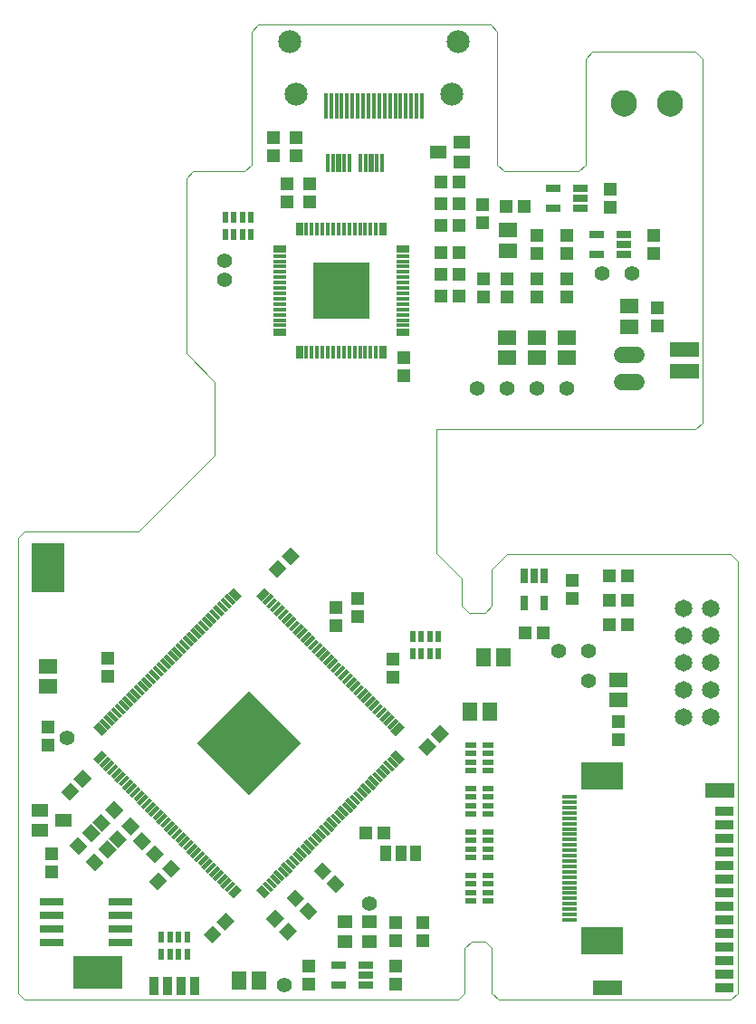
<source format=gts>
G75*
%MOIN*%
%OFA0B0*%
%FSLAX25Y25*%
%IPPOS*%
%LPD*%
%AMOC8*
5,1,8,0,0,1.08239X$1,22.5*
%
%ADD10C,0.00000*%
%ADD11R,0.10600X0.05600*%
%ADD12R,0.06506X0.05718*%
%ADD13R,0.05718X0.06506*%
%ADD14R,0.04931X0.04537*%
%ADD15R,0.04537X0.04931*%
%ADD16C,0.09655*%
%ADD17R,0.03937X0.02362*%
%ADD18R,0.12411X0.18317*%
%ADD19R,0.18317X0.12411*%
%ADD20R,0.26978X0.26978*%
%ADD21R,0.04429X0.02756*%
%ADD22R,0.04429X0.01575*%
%ADD23R,0.02756X0.04429*%
%ADD24R,0.04537X0.02962*%
%ADD25R,0.04537X0.01781*%
%ADD26R,0.02962X0.04537*%
%ADD27R,0.01781X0.04537*%
%ADD28R,0.21072X0.21072*%
%ADD29R,0.09100X0.03100*%
%ADD30R,0.05718X0.04931*%
%ADD31R,0.05324X0.02765*%
%ADD32R,0.02765X0.05324*%
%ADD33R,0.05512X0.01575*%
%ADD34R,0.15354X0.10236*%
%ADD35C,0.08474*%
%ADD36R,0.01575X0.09449*%
%ADD37C,0.06506*%
%ADD38R,0.06899X0.03750*%
%ADD39R,0.02362X0.03937*%
%ADD40R,0.02175X0.06702*%
%ADD41R,0.01387X0.03257*%
%ADD42R,0.03750X0.06899*%
%ADD43C,0.06000*%
%ADD44C,0.05600*%
%ADD45R,0.04100X0.02600*%
%ADD46R,0.04300X0.00600*%
%ADD47R,0.06112X0.04537*%
%ADD48C,0.10049*%
%ADD49C,0.05324*%
D10*
X0005833Y0030833D02*
X0003333Y0033333D01*
X0003333Y0200833D01*
X0005833Y0203333D01*
X0047833Y0203333D01*
X0075833Y0231333D01*
X0075833Y0258333D01*
X0065333Y0268833D01*
X0065333Y0333333D01*
X0067833Y0335833D01*
X0086833Y0335833D01*
X0089333Y0338333D01*
X0089333Y0387333D01*
X0091833Y0389833D01*
X0177333Y0389833D01*
X0179833Y0387333D01*
X0179833Y0338333D01*
X0182333Y0335833D01*
X0209833Y0335833D01*
X0212333Y0338333D01*
X0212333Y0377333D01*
X0214833Y0379833D01*
X0252833Y0379833D01*
X0255333Y0377333D01*
X0255333Y0243333D01*
X0252833Y0240833D01*
X0157333Y0240833D01*
X0157333Y0195333D01*
X0166833Y0185833D01*
X0166833Y0175833D01*
X0169333Y0173333D01*
X0175333Y0173333D01*
X0177833Y0175833D01*
X0177833Y0189333D01*
X0183333Y0194833D01*
X0265833Y0194833D01*
X0268333Y0192333D01*
X0268333Y0033333D01*
X0265833Y0030833D01*
X0180333Y0030833D01*
X0177833Y0033333D01*
X0177833Y0049833D01*
X0175333Y0052333D01*
X0170333Y0052333D01*
X0167833Y0049833D01*
X0167833Y0033333D01*
X0165333Y0030833D01*
X0005833Y0030833D01*
X0221805Y0360833D02*
X0221807Y0360967D01*
X0221813Y0361101D01*
X0221823Y0361235D01*
X0221837Y0361369D01*
X0221855Y0361502D01*
X0221876Y0361634D01*
X0221902Y0361766D01*
X0221932Y0361897D01*
X0221965Y0362027D01*
X0222002Y0362155D01*
X0222044Y0362283D01*
X0222088Y0362410D01*
X0222137Y0362535D01*
X0222189Y0362658D01*
X0222245Y0362780D01*
X0222305Y0362901D01*
X0222368Y0363019D01*
X0222434Y0363136D01*
X0222504Y0363250D01*
X0222577Y0363363D01*
X0222654Y0363473D01*
X0222734Y0363581D01*
X0222817Y0363686D01*
X0222903Y0363789D01*
X0222992Y0363889D01*
X0223084Y0363987D01*
X0223179Y0364082D01*
X0223277Y0364174D01*
X0223377Y0364263D01*
X0223480Y0364349D01*
X0223585Y0364432D01*
X0223693Y0364512D01*
X0223803Y0364589D01*
X0223916Y0364662D01*
X0224030Y0364732D01*
X0224147Y0364798D01*
X0224265Y0364861D01*
X0224386Y0364921D01*
X0224508Y0364977D01*
X0224631Y0365029D01*
X0224756Y0365078D01*
X0224883Y0365122D01*
X0225011Y0365164D01*
X0225139Y0365201D01*
X0225269Y0365234D01*
X0225400Y0365264D01*
X0225532Y0365290D01*
X0225664Y0365311D01*
X0225797Y0365329D01*
X0225931Y0365343D01*
X0226065Y0365353D01*
X0226199Y0365359D01*
X0226333Y0365361D01*
X0226467Y0365359D01*
X0226601Y0365353D01*
X0226735Y0365343D01*
X0226869Y0365329D01*
X0227002Y0365311D01*
X0227134Y0365290D01*
X0227266Y0365264D01*
X0227397Y0365234D01*
X0227527Y0365201D01*
X0227655Y0365164D01*
X0227783Y0365122D01*
X0227910Y0365078D01*
X0228035Y0365029D01*
X0228158Y0364977D01*
X0228280Y0364921D01*
X0228401Y0364861D01*
X0228519Y0364798D01*
X0228636Y0364732D01*
X0228750Y0364662D01*
X0228863Y0364589D01*
X0228973Y0364512D01*
X0229081Y0364432D01*
X0229186Y0364349D01*
X0229289Y0364263D01*
X0229389Y0364174D01*
X0229487Y0364082D01*
X0229582Y0363987D01*
X0229674Y0363889D01*
X0229763Y0363789D01*
X0229849Y0363686D01*
X0229932Y0363581D01*
X0230012Y0363473D01*
X0230089Y0363363D01*
X0230162Y0363250D01*
X0230232Y0363136D01*
X0230298Y0363019D01*
X0230361Y0362901D01*
X0230421Y0362780D01*
X0230477Y0362658D01*
X0230529Y0362535D01*
X0230578Y0362410D01*
X0230622Y0362283D01*
X0230664Y0362155D01*
X0230701Y0362027D01*
X0230734Y0361897D01*
X0230764Y0361766D01*
X0230790Y0361634D01*
X0230811Y0361502D01*
X0230829Y0361369D01*
X0230843Y0361235D01*
X0230853Y0361101D01*
X0230859Y0360967D01*
X0230861Y0360833D01*
X0230859Y0360699D01*
X0230853Y0360565D01*
X0230843Y0360431D01*
X0230829Y0360297D01*
X0230811Y0360164D01*
X0230790Y0360032D01*
X0230764Y0359900D01*
X0230734Y0359769D01*
X0230701Y0359639D01*
X0230664Y0359511D01*
X0230622Y0359383D01*
X0230578Y0359256D01*
X0230529Y0359131D01*
X0230477Y0359008D01*
X0230421Y0358886D01*
X0230361Y0358765D01*
X0230298Y0358647D01*
X0230232Y0358530D01*
X0230162Y0358416D01*
X0230089Y0358303D01*
X0230012Y0358193D01*
X0229932Y0358085D01*
X0229849Y0357980D01*
X0229763Y0357877D01*
X0229674Y0357777D01*
X0229582Y0357679D01*
X0229487Y0357584D01*
X0229389Y0357492D01*
X0229289Y0357403D01*
X0229186Y0357317D01*
X0229081Y0357234D01*
X0228973Y0357154D01*
X0228863Y0357077D01*
X0228750Y0357004D01*
X0228636Y0356934D01*
X0228519Y0356868D01*
X0228401Y0356805D01*
X0228280Y0356745D01*
X0228158Y0356689D01*
X0228035Y0356637D01*
X0227910Y0356588D01*
X0227783Y0356544D01*
X0227655Y0356502D01*
X0227527Y0356465D01*
X0227397Y0356432D01*
X0227266Y0356402D01*
X0227134Y0356376D01*
X0227002Y0356355D01*
X0226869Y0356337D01*
X0226735Y0356323D01*
X0226601Y0356313D01*
X0226467Y0356307D01*
X0226333Y0356305D01*
X0226199Y0356307D01*
X0226065Y0356313D01*
X0225931Y0356323D01*
X0225797Y0356337D01*
X0225664Y0356355D01*
X0225532Y0356376D01*
X0225400Y0356402D01*
X0225269Y0356432D01*
X0225139Y0356465D01*
X0225011Y0356502D01*
X0224883Y0356544D01*
X0224756Y0356588D01*
X0224631Y0356637D01*
X0224508Y0356689D01*
X0224386Y0356745D01*
X0224265Y0356805D01*
X0224147Y0356868D01*
X0224030Y0356934D01*
X0223916Y0357004D01*
X0223803Y0357077D01*
X0223693Y0357154D01*
X0223585Y0357234D01*
X0223480Y0357317D01*
X0223377Y0357403D01*
X0223277Y0357492D01*
X0223179Y0357584D01*
X0223084Y0357679D01*
X0222992Y0357777D01*
X0222903Y0357877D01*
X0222817Y0357980D01*
X0222734Y0358085D01*
X0222654Y0358193D01*
X0222577Y0358303D01*
X0222504Y0358416D01*
X0222434Y0358530D01*
X0222368Y0358647D01*
X0222305Y0358765D01*
X0222245Y0358886D01*
X0222189Y0359008D01*
X0222137Y0359131D01*
X0222088Y0359256D01*
X0222044Y0359383D01*
X0222002Y0359511D01*
X0221965Y0359639D01*
X0221932Y0359769D01*
X0221902Y0359900D01*
X0221876Y0360032D01*
X0221855Y0360164D01*
X0221837Y0360297D01*
X0221823Y0360431D01*
X0221813Y0360565D01*
X0221807Y0360699D01*
X0221805Y0360833D01*
X0238805Y0360833D02*
X0238807Y0360967D01*
X0238813Y0361101D01*
X0238823Y0361235D01*
X0238837Y0361369D01*
X0238855Y0361502D01*
X0238876Y0361634D01*
X0238902Y0361766D01*
X0238932Y0361897D01*
X0238965Y0362027D01*
X0239002Y0362155D01*
X0239044Y0362283D01*
X0239088Y0362410D01*
X0239137Y0362535D01*
X0239189Y0362658D01*
X0239245Y0362780D01*
X0239305Y0362901D01*
X0239368Y0363019D01*
X0239434Y0363136D01*
X0239504Y0363250D01*
X0239577Y0363363D01*
X0239654Y0363473D01*
X0239734Y0363581D01*
X0239817Y0363686D01*
X0239903Y0363789D01*
X0239992Y0363889D01*
X0240084Y0363987D01*
X0240179Y0364082D01*
X0240277Y0364174D01*
X0240377Y0364263D01*
X0240480Y0364349D01*
X0240585Y0364432D01*
X0240693Y0364512D01*
X0240803Y0364589D01*
X0240916Y0364662D01*
X0241030Y0364732D01*
X0241147Y0364798D01*
X0241265Y0364861D01*
X0241386Y0364921D01*
X0241508Y0364977D01*
X0241631Y0365029D01*
X0241756Y0365078D01*
X0241883Y0365122D01*
X0242011Y0365164D01*
X0242139Y0365201D01*
X0242269Y0365234D01*
X0242400Y0365264D01*
X0242532Y0365290D01*
X0242664Y0365311D01*
X0242797Y0365329D01*
X0242931Y0365343D01*
X0243065Y0365353D01*
X0243199Y0365359D01*
X0243333Y0365361D01*
X0243467Y0365359D01*
X0243601Y0365353D01*
X0243735Y0365343D01*
X0243869Y0365329D01*
X0244002Y0365311D01*
X0244134Y0365290D01*
X0244266Y0365264D01*
X0244397Y0365234D01*
X0244527Y0365201D01*
X0244655Y0365164D01*
X0244783Y0365122D01*
X0244910Y0365078D01*
X0245035Y0365029D01*
X0245158Y0364977D01*
X0245280Y0364921D01*
X0245401Y0364861D01*
X0245519Y0364798D01*
X0245636Y0364732D01*
X0245750Y0364662D01*
X0245863Y0364589D01*
X0245973Y0364512D01*
X0246081Y0364432D01*
X0246186Y0364349D01*
X0246289Y0364263D01*
X0246389Y0364174D01*
X0246487Y0364082D01*
X0246582Y0363987D01*
X0246674Y0363889D01*
X0246763Y0363789D01*
X0246849Y0363686D01*
X0246932Y0363581D01*
X0247012Y0363473D01*
X0247089Y0363363D01*
X0247162Y0363250D01*
X0247232Y0363136D01*
X0247298Y0363019D01*
X0247361Y0362901D01*
X0247421Y0362780D01*
X0247477Y0362658D01*
X0247529Y0362535D01*
X0247578Y0362410D01*
X0247622Y0362283D01*
X0247664Y0362155D01*
X0247701Y0362027D01*
X0247734Y0361897D01*
X0247764Y0361766D01*
X0247790Y0361634D01*
X0247811Y0361502D01*
X0247829Y0361369D01*
X0247843Y0361235D01*
X0247853Y0361101D01*
X0247859Y0360967D01*
X0247861Y0360833D01*
X0247859Y0360699D01*
X0247853Y0360565D01*
X0247843Y0360431D01*
X0247829Y0360297D01*
X0247811Y0360164D01*
X0247790Y0360032D01*
X0247764Y0359900D01*
X0247734Y0359769D01*
X0247701Y0359639D01*
X0247664Y0359511D01*
X0247622Y0359383D01*
X0247578Y0359256D01*
X0247529Y0359131D01*
X0247477Y0359008D01*
X0247421Y0358886D01*
X0247361Y0358765D01*
X0247298Y0358647D01*
X0247232Y0358530D01*
X0247162Y0358416D01*
X0247089Y0358303D01*
X0247012Y0358193D01*
X0246932Y0358085D01*
X0246849Y0357980D01*
X0246763Y0357877D01*
X0246674Y0357777D01*
X0246582Y0357679D01*
X0246487Y0357584D01*
X0246389Y0357492D01*
X0246289Y0357403D01*
X0246186Y0357317D01*
X0246081Y0357234D01*
X0245973Y0357154D01*
X0245863Y0357077D01*
X0245750Y0357004D01*
X0245636Y0356934D01*
X0245519Y0356868D01*
X0245401Y0356805D01*
X0245280Y0356745D01*
X0245158Y0356689D01*
X0245035Y0356637D01*
X0244910Y0356588D01*
X0244783Y0356544D01*
X0244655Y0356502D01*
X0244527Y0356465D01*
X0244397Y0356432D01*
X0244266Y0356402D01*
X0244134Y0356376D01*
X0244002Y0356355D01*
X0243869Y0356337D01*
X0243735Y0356323D01*
X0243601Y0356313D01*
X0243467Y0356307D01*
X0243333Y0356305D01*
X0243199Y0356307D01*
X0243065Y0356313D01*
X0242931Y0356323D01*
X0242797Y0356337D01*
X0242664Y0356355D01*
X0242532Y0356376D01*
X0242400Y0356402D01*
X0242269Y0356432D01*
X0242139Y0356465D01*
X0242011Y0356502D01*
X0241883Y0356544D01*
X0241756Y0356588D01*
X0241631Y0356637D01*
X0241508Y0356689D01*
X0241386Y0356745D01*
X0241265Y0356805D01*
X0241147Y0356868D01*
X0241030Y0356934D01*
X0240916Y0357004D01*
X0240803Y0357077D01*
X0240693Y0357154D01*
X0240585Y0357234D01*
X0240480Y0357317D01*
X0240377Y0357403D01*
X0240277Y0357492D01*
X0240179Y0357584D01*
X0240084Y0357679D01*
X0239992Y0357777D01*
X0239903Y0357877D01*
X0239817Y0357980D01*
X0239734Y0358085D01*
X0239654Y0358193D01*
X0239577Y0358303D01*
X0239504Y0358416D01*
X0239434Y0358530D01*
X0239368Y0358647D01*
X0239305Y0358765D01*
X0239245Y0358886D01*
X0239189Y0359008D01*
X0239137Y0359131D01*
X0239088Y0359256D01*
X0239044Y0359383D01*
X0239002Y0359511D01*
X0238965Y0359639D01*
X0238932Y0359769D01*
X0238902Y0359900D01*
X0238876Y0360032D01*
X0238855Y0360164D01*
X0238837Y0360297D01*
X0238823Y0360431D01*
X0238813Y0360565D01*
X0238807Y0360699D01*
X0238805Y0360833D01*
D11*
X0248833Y0270333D03*
X0248833Y0262333D03*
X0261833Y0107833D03*
X0220333Y0035333D03*
D12*
X0224333Y0141093D03*
X0224333Y0148573D03*
X0205333Y0267093D03*
X0205333Y0274573D03*
X0194333Y0274573D03*
X0194333Y0267093D03*
X0183333Y0267093D03*
X0183333Y0274573D03*
X0183833Y0306593D03*
X0183833Y0314073D03*
X0228333Y0286073D03*
X0228333Y0278593D03*
X0014333Y0153573D03*
X0014333Y0146093D03*
D13*
X0084593Y0037833D03*
X0092073Y0037833D03*
X0169593Y0136833D03*
X0177073Y0136833D03*
X0174593Y0156833D03*
X0182073Y0156833D03*
D14*
X0189987Y0165833D03*
X0196680Y0165833D03*
X0224333Y0133180D03*
X0224333Y0126487D03*
G36*
X0162046Y0128839D02*
X0158561Y0125354D01*
X0155354Y0128561D01*
X0158839Y0132046D01*
X0162046Y0128839D01*
G37*
G36*
X0157313Y0124106D02*
X0153828Y0120621D01*
X0150621Y0123828D01*
X0154106Y0127313D01*
X0157313Y0124106D01*
G37*
X0138180Y0092333D03*
X0131487Y0092333D03*
G36*
X0115606Y0074854D02*
X0112121Y0078339D01*
X0115328Y0081546D01*
X0118813Y0078061D01*
X0115606Y0074854D01*
G37*
G36*
X0120339Y0070121D02*
X0116854Y0073606D01*
X0120061Y0076813D01*
X0123546Y0073328D01*
X0120339Y0070121D01*
G37*
G36*
X0110339Y0060121D02*
X0106854Y0063606D01*
X0110061Y0066813D01*
X0113546Y0063328D01*
X0110339Y0060121D01*
G37*
G36*
X0105606Y0064854D02*
X0102121Y0068339D01*
X0105328Y0071546D01*
X0108813Y0068061D01*
X0105606Y0064854D01*
G37*
G36*
X0076354Y0059475D02*
X0079839Y0062960D01*
X0083046Y0059753D01*
X0079561Y0056268D01*
X0076354Y0059475D01*
G37*
G36*
X0071621Y0054742D02*
X0075106Y0058227D01*
X0078313Y0055020D01*
X0074828Y0051535D01*
X0071621Y0054742D01*
G37*
G36*
X0051621Y0074328D02*
X0055106Y0077813D01*
X0058313Y0074606D01*
X0054828Y0071121D01*
X0051621Y0074328D01*
G37*
G36*
X0056354Y0079061D02*
X0059839Y0082546D01*
X0063046Y0079339D01*
X0059561Y0075854D01*
X0056354Y0079061D01*
G37*
G36*
X0053839Y0081121D02*
X0050354Y0084606D01*
X0053561Y0087813D01*
X0057046Y0084328D01*
X0053839Y0081121D01*
G37*
G36*
X0049106Y0085854D02*
X0045621Y0089339D01*
X0048828Y0092546D01*
X0052313Y0089061D01*
X0049106Y0085854D01*
G37*
G36*
X0023854Y0112061D02*
X0027339Y0115546D01*
X0030546Y0112339D01*
X0027061Y0108854D01*
X0023854Y0112061D01*
G37*
G36*
X0019121Y0107328D02*
X0022606Y0110813D01*
X0025813Y0107606D01*
X0022328Y0104121D01*
X0019121Y0107328D01*
G37*
X0014333Y0124487D03*
X0014333Y0131180D03*
X0015833Y0084680D03*
X0015833Y0077987D03*
G36*
X0102313Y0189606D02*
X0098828Y0186121D01*
X0095621Y0189328D01*
X0099106Y0192813D01*
X0102313Y0189606D01*
G37*
G36*
X0107046Y0194339D02*
X0103561Y0190854D01*
X0100354Y0194061D01*
X0103839Y0197546D01*
X0107046Y0194339D01*
G37*
X0120333Y0175180D03*
X0120333Y0168487D03*
X0128333Y0171987D03*
X0128333Y0178680D03*
X0158987Y0289833D03*
X0165680Y0289833D03*
X0165680Y0297833D03*
X0158987Y0297833D03*
X0158987Y0305833D03*
X0165680Y0305833D03*
X0174833Y0296180D03*
X0174833Y0289487D03*
X0183333Y0289487D03*
X0183333Y0296180D03*
X0194333Y0296180D03*
X0194333Y0289487D03*
X0205333Y0289487D03*
X0205333Y0296180D03*
X0194333Y0305487D03*
X0194333Y0312180D03*
X0189680Y0322833D03*
X0182987Y0322833D03*
X0174333Y0323680D03*
X0174333Y0316987D03*
X0238833Y0285680D03*
X0238833Y0278987D03*
X0097333Y0341487D03*
X0097333Y0348180D03*
X0152333Y0059180D03*
X0152333Y0052487D03*
D15*
X0142333Y0052487D03*
X0142333Y0059180D03*
X0142333Y0043180D03*
X0142333Y0036487D03*
X0110333Y0036487D03*
X0110333Y0043180D03*
G36*
X0102561Y0052621D02*
X0099354Y0055828D01*
X0102839Y0059313D01*
X0106046Y0056106D01*
X0102561Y0052621D01*
G37*
G36*
X0097828Y0057354D02*
X0094621Y0060561D01*
X0098106Y0064046D01*
X0101313Y0060839D01*
X0097828Y0057354D01*
G37*
G36*
X0048046Y0094561D02*
X0044839Y0091354D01*
X0041354Y0094839D01*
X0044561Y0098046D01*
X0048046Y0094561D01*
G37*
G36*
X0043313Y0089828D02*
X0040106Y0086621D01*
X0036621Y0090106D01*
X0039828Y0093313D01*
X0043313Y0089828D01*
G37*
G36*
X0039546Y0086061D02*
X0036339Y0082854D01*
X0032854Y0086339D01*
X0036061Y0089546D01*
X0039546Y0086061D01*
G37*
G36*
X0034813Y0081328D02*
X0031606Y0078121D01*
X0028121Y0081606D01*
X0031328Y0084813D01*
X0034813Y0081328D01*
G37*
G36*
X0022121Y0087606D02*
X0025328Y0090813D01*
X0028813Y0087328D01*
X0025606Y0084121D01*
X0022121Y0087606D01*
G37*
G36*
X0026854Y0092339D02*
X0030061Y0095546D01*
X0033546Y0092061D01*
X0030339Y0088854D01*
X0026854Y0092339D01*
G37*
G36*
X0037313Y0095828D02*
X0034106Y0092621D01*
X0030621Y0096106D01*
X0033828Y0099313D01*
X0037313Y0095828D01*
G37*
G36*
X0042046Y0100561D02*
X0038839Y0097354D01*
X0035354Y0100839D01*
X0038561Y0104046D01*
X0042046Y0100561D01*
G37*
X0036333Y0149987D03*
X0036333Y0156680D03*
X0141333Y0156180D03*
X0141333Y0149487D03*
X0207333Y0178487D03*
X0207333Y0185180D03*
X0220987Y0186833D03*
X0227680Y0186833D03*
X0227680Y0177833D03*
X0220987Y0177833D03*
X0220987Y0168833D03*
X0227680Y0168833D03*
X0145333Y0260487D03*
X0145333Y0267180D03*
X0158987Y0315833D03*
X0165680Y0315833D03*
X0165680Y0323833D03*
X0158987Y0323833D03*
X0158987Y0331833D03*
X0165680Y0331833D03*
X0205333Y0312180D03*
X0205333Y0305487D03*
X0221333Y0322487D03*
X0221333Y0329180D03*
X0237333Y0312180D03*
X0237333Y0305487D03*
X0110833Y0324487D03*
X0110833Y0331180D03*
X0102333Y0331180D03*
X0102333Y0324487D03*
X0105833Y0341487D03*
X0105833Y0348180D03*
D16*
X0226333Y0360833D03*
X0243333Y0360833D03*
D17*
X0176483Y0124558D03*
X0176483Y0121408D03*
X0176483Y0118259D03*
X0176483Y0115109D03*
X0176483Y0108558D03*
X0176483Y0105408D03*
X0176483Y0102259D03*
X0176483Y0099109D03*
X0176483Y0092558D03*
X0176483Y0089408D03*
X0176483Y0086259D03*
X0176483Y0083109D03*
X0176483Y0076558D03*
X0176483Y0073408D03*
X0176483Y0070259D03*
X0176483Y0067109D03*
X0170184Y0067109D03*
X0170184Y0070259D03*
X0170184Y0073408D03*
X0170184Y0076558D03*
X0170184Y0083109D03*
X0170184Y0086259D03*
X0170184Y0089408D03*
X0170184Y0092558D03*
X0170184Y0099109D03*
X0170184Y0102259D03*
X0170184Y0105408D03*
X0170184Y0108558D03*
X0170184Y0115109D03*
X0170184Y0118259D03*
X0170184Y0121408D03*
X0170184Y0124558D03*
D18*
X0014333Y0189833D03*
D19*
X0032833Y0040833D03*
D20*
G36*
X0107409Y0125333D02*
X0088333Y0106257D01*
X0069257Y0125333D01*
X0088333Y0144409D01*
X0107409Y0125333D01*
G37*
D21*
G36*
X0145610Y0131109D02*
X0142480Y0127979D01*
X0140532Y0129927D01*
X0143662Y0133057D01*
X0145610Y0131109D01*
G37*
G36*
X0096057Y0180662D02*
X0092927Y0177532D01*
X0090979Y0179480D01*
X0094109Y0182610D01*
X0096057Y0180662D01*
G37*
G36*
X0036134Y0120739D02*
X0033004Y0117609D01*
X0031056Y0119557D01*
X0034186Y0122687D01*
X0036134Y0120739D01*
G37*
G36*
X0085687Y0071186D02*
X0082557Y0068056D01*
X0080609Y0070004D01*
X0083739Y0073134D01*
X0085687Y0071186D01*
G37*
D22*
G36*
X0083461Y0073414D02*
X0080330Y0070283D01*
X0079217Y0071396D01*
X0082348Y0074527D01*
X0083461Y0073414D01*
G37*
G36*
X0082069Y0074806D02*
X0078938Y0071675D01*
X0077825Y0072788D01*
X0080956Y0075919D01*
X0082069Y0074806D01*
G37*
G36*
X0080677Y0076198D02*
X0077546Y0073067D01*
X0076433Y0074180D01*
X0079564Y0077311D01*
X0080677Y0076198D01*
G37*
G36*
X0079285Y0077590D02*
X0076154Y0074459D01*
X0075041Y0075572D01*
X0078172Y0078703D01*
X0079285Y0077590D01*
G37*
G36*
X0077893Y0078981D02*
X0074762Y0075850D01*
X0073649Y0076963D01*
X0076780Y0080094D01*
X0077893Y0078981D01*
G37*
G36*
X0076501Y0080373D02*
X0073370Y0077242D01*
X0072257Y0078355D01*
X0075388Y0081486D01*
X0076501Y0080373D01*
G37*
G36*
X0075109Y0081765D02*
X0071978Y0078634D01*
X0070865Y0079747D01*
X0073996Y0082878D01*
X0075109Y0081765D01*
G37*
G36*
X0073717Y0083157D02*
X0070586Y0080026D01*
X0069473Y0081139D01*
X0072604Y0084270D01*
X0073717Y0083157D01*
G37*
G36*
X0072325Y0084549D02*
X0069194Y0081418D01*
X0068081Y0082531D01*
X0071212Y0085662D01*
X0072325Y0084549D01*
G37*
G36*
X0070933Y0085941D02*
X0067802Y0082810D01*
X0066689Y0083923D01*
X0069820Y0087054D01*
X0070933Y0085941D01*
G37*
G36*
X0069541Y0087333D02*
X0066410Y0084202D01*
X0065297Y0085315D01*
X0068428Y0088446D01*
X0069541Y0087333D01*
G37*
G36*
X0068149Y0088725D02*
X0065018Y0085594D01*
X0063905Y0086707D01*
X0067036Y0089838D01*
X0068149Y0088725D01*
G37*
G36*
X0066758Y0090117D02*
X0063627Y0086986D01*
X0062514Y0088099D01*
X0065645Y0091230D01*
X0066758Y0090117D01*
G37*
G36*
X0065366Y0091509D02*
X0062235Y0088378D01*
X0061122Y0089491D01*
X0064253Y0092622D01*
X0065366Y0091509D01*
G37*
G36*
X0063974Y0092901D02*
X0060843Y0089770D01*
X0059730Y0090883D01*
X0062861Y0094014D01*
X0063974Y0092901D01*
G37*
G36*
X0062582Y0094293D02*
X0059451Y0091162D01*
X0058338Y0092275D01*
X0061469Y0095406D01*
X0062582Y0094293D01*
G37*
G36*
X0061190Y0095685D02*
X0058059Y0092554D01*
X0056946Y0093667D01*
X0060077Y0096798D01*
X0061190Y0095685D01*
G37*
G36*
X0059798Y0097077D02*
X0056667Y0093946D01*
X0055554Y0095059D01*
X0058685Y0098190D01*
X0059798Y0097077D01*
G37*
G36*
X0058406Y0098469D02*
X0055275Y0095338D01*
X0054162Y0096451D01*
X0057293Y0099582D01*
X0058406Y0098469D01*
G37*
G36*
X0057014Y0099861D02*
X0053883Y0096730D01*
X0052770Y0097843D01*
X0055901Y0100974D01*
X0057014Y0099861D01*
G37*
G36*
X0055622Y0101253D02*
X0052491Y0098122D01*
X0051378Y0099235D01*
X0054509Y0102366D01*
X0055622Y0101253D01*
G37*
G36*
X0054230Y0102645D02*
X0051099Y0099514D01*
X0049986Y0100627D01*
X0053117Y0103758D01*
X0054230Y0102645D01*
G37*
G36*
X0052838Y0104036D02*
X0049707Y0100905D01*
X0048594Y0102018D01*
X0051725Y0105149D01*
X0052838Y0104036D01*
G37*
G36*
X0051446Y0105428D02*
X0048315Y0102297D01*
X0047202Y0103410D01*
X0050333Y0106541D01*
X0051446Y0105428D01*
G37*
G36*
X0050054Y0106820D02*
X0046923Y0103689D01*
X0045810Y0104802D01*
X0048941Y0107933D01*
X0050054Y0106820D01*
G37*
G36*
X0048662Y0108212D02*
X0045531Y0105081D01*
X0044418Y0106194D01*
X0047549Y0109325D01*
X0048662Y0108212D01*
G37*
G36*
X0047270Y0109604D02*
X0044139Y0106473D01*
X0043026Y0107586D01*
X0046157Y0110717D01*
X0047270Y0109604D01*
G37*
G36*
X0045878Y0110996D02*
X0042747Y0107865D01*
X0041634Y0108978D01*
X0044765Y0112109D01*
X0045878Y0110996D01*
G37*
G36*
X0044486Y0112388D02*
X0041355Y0109257D01*
X0040242Y0110370D01*
X0043373Y0113501D01*
X0044486Y0112388D01*
G37*
G36*
X0043094Y0113780D02*
X0039963Y0110649D01*
X0038850Y0111762D01*
X0041981Y0114893D01*
X0043094Y0113780D01*
G37*
G36*
X0041703Y0115172D02*
X0038572Y0112041D01*
X0037459Y0113154D01*
X0040590Y0116285D01*
X0041703Y0115172D01*
G37*
G36*
X0040311Y0116564D02*
X0037180Y0113433D01*
X0036067Y0114546D01*
X0039198Y0117677D01*
X0040311Y0116564D01*
G37*
G36*
X0038919Y0117956D02*
X0035788Y0114825D01*
X0034675Y0115938D01*
X0037806Y0119069D01*
X0038919Y0117956D01*
G37*
G36*
X0037527Y0119348D02*
X0034396Y0116217D01*
X0033283Y0117330D01*
X0036414Y0120461D01*
X0037527Y0119348D01*
G37*
G36*
X0036414Y0130206D02*
X0033283Y0133337D01*
X0034396Y0134450D01*
X0037527Y0131319D01*
X0036414Y0130206D01*
G37*
G36*
X0037806Y0131598D02*
X0034675Y0134729D01*
X0035788Y0135842D01*
X0038919Y0132711D01*
X0037806Y0131598D01*
G37*
G36*
X0039198Y0132990D02*
X0036067Y0136121D01*
X0037180Y0137234D01*
X0040311Y0134103D01*
X0039198Y0132990D01*
G37*
G36*
X0040590Y0134382D02*
X0037459Y0137513D01*
X0038572Y0138626D01*
X0041703Y0135495D01*
X0040590Y0134382D01*
G37*
G36*
X0041981Y0135774D02*
X0038850Y0138905D01*
X0039963Y0140018D01*
X0043094Y0136887D01*
X0041981Y0135774D01*
G37*
G36*
X0043373Y0137166D02*
X0040242Y0140297D01*
X0041355Y0141410D01*
X0044486Y0138279D01*
X0043373Y0137166D01*
G37*
G36*
X0044765Y0138557D02*
X0041634Y0141688D01*
X0042747Y0142801D01*
X0045878Y0139670D01*
X0044765Y0138557D01*
G37*
G36*
X0046157Y0139949D02*
X0043026Y0143080D01*
X0044139Y0144193D01*
X0047270Y0141062D01*
X0046157Y0139949D01*
G37*
G36*
X0047549Y0141341D02*
X0044418Y0144472D01*
X0045531Y0145585D01*
X0048662Y0142454D01*
X0047549Y0141341D01*
G37*
G36*
X0048941Y0142733D02*
X0045810Y0145864D01*
X0046923Y0146977D01*
X0050054Y0143846D01*
X0048941Y0142733D01*
G37*
G36*
X0050333Y0144125D02*
X0047202Y0147256D01*
X0048315Y0148369D01*
X0051446Y0145238D01*
X0050333Y0144125D01*
G37*
G36*
X0051725Y0145517D02*
X0048594Y0148648D01*
X0049707Y0149761D01*
X0052838Y0146630D01*
X0051725Y0145517D01*
G37*
G36*
X0053117Y0146909D02*
X0049986Y0150040D01*
X0051099Y0151153D01*
X0054230Y0148022D01*
X0053117Y0146909D01*
G37*
G36*
X0054509Y0148301D02*
X0051378Y0151432D01*
X0052491Y0152545D01*
X0055622Y0149414D01*
X0054509Y0148301D01*
G37*
G36*
X0055901Y0149693D02*
X0052770Y0152824D01*
X0053883Y0153937D01*
X0057014Y0150806D01*
X0055901Y0149693D01*
G37*
G36*
X0057293Y0151085D02*
X0054162Y0154216D01*
X0055275Y0155329D01*
X0058406Y0152198D01*
X0057293Y0151085D01*
G37*
G36*
X0058685Y0152477D02*
X0055554Y0155608D01*
X0056667Y0156721D01*
X0059798Y0153590D01*
X0058685Y0152477D01*
G37*
G36*
X0060077Y0153869D02*
X0056946Y0157000D01*
X0058059Y0158113D01*
X0061190Y0154982D01*
X0060077Y0153869D01*
G37*
G36*
X0061469Y0155261D02*
X0058338Y0158392D01*
X0059451Y0159505D01*
X0062582Y0156374D01*
X0061469Y0155261D01*
G37*
G36*
X0062861Y0156653D02*
X0059730Y0159784D01*
X0060843Y0160897D01*
X0063974Y0157766D01*
X0062861Y0156653D01*
G37*
G36*
X0064253Y0158045D02*
X0061122Y0161176D01*
X0062235Y0162289D01*
X0065366Y0159158D01*
X0064253Y0158045D01*
G37*
G36*
X0065645Y0159437D02*
X0062514Y0162568D01*
X0063627Y0163681D01*
X0066758Y0160550D01*
X0065645Y0159437D01*
G37*
G36*
X0067036Y0160829D02*
X0063905Y0163960D01*
X0065018Y0165073D01*
X0068149Y0161942D01*
X0067036Y0160829D01*
G37*
G36*
X0068428Y0162221D02*
X0065297Y0165352D01*
X0066410Y0166465D01*
X0069541Y0163334D01*
X0068428Y0162221D01*
G37*
G36*
X0069820Y0163612D02*
X0066689Y0166743D01*
X0067802Y0167856D01*
X0070933Y0164725D01*
X0069820Y0163612D01*
G37*
G36*
X0071212Y0165004D02*
X0068081Y0168135D01*
X0069194Y0169248D01*
X0072325Y0166117D01*
X0071212Y0165004D01*
G37*
G36*
X0072604Y0166396D02*
X0069473Y0169527D01*
X0070586Y0170640D01*
X0073717Y0167509D01*
X0072604Y0166396D01*
G37*
G36*
X0073996Y0167788D02*
X0070865Y0170919D01*
X0071978Y0172032D01*
X0075109Y0168901D01*
X0073996Y0167788D01*
G37*
G36*
X0075388Y0169180D02*
X0072257Y0172311D01*
X0073370Y0173424D01*
X0076501Y0170293D01*
X0075388Y0169180D01*
G37*
G36*
X0076780Y0170572D02*
X0073649Y0173703D01*
X0074762Y0174816D01*
X0077893Y0171685D01*
X0076780Y0170572D01*
G37*
G36*
X0078172Y0171964D02*
X0075041Y0175095D01*
X0076154Y0176208D01*
X0079285Y0173077D01*
X0078172Y0171964D01*
G37*
G36*
X0079564Y0173356D02*
X0076433Y0176487D01*
X0077546Y0177600D01*
X0080677Y0174469D01*
X0079564Y0173356D01*
G37*
G36*
X0080956Y0174748D02*
X0077825Y0177879D01*
X0078938Y0178992D01*
X0082069Y0175861D01*
X0080956Y0174748D01*
G37*
G36*
X0082348Y0176140D02*
X0079217Y0179271D01*
X0080330Y0180384D01*
X0083461Y0177253D01*
X0082348Y0176140D01*
G37*
G36*
X0093206Y0177253D02*
X0096337Y0180384D01*
X0097450Y0179271D01*
X0094319Y0176140D01*
X0093206Y0177253D01*
G37*
G36*
X0094598Y0175861D02*
X0097729Y0178992D01*
X0098842Y0177879D01*
X0095711Y0174748D01*
X0094598Y0175861D01*
G37*
G36*
X0095990Y0174469D02*
X0099121Y0177600D01*
X0100234Y0176487D01*
X0097103Y0173356D01*
X0095990Y0174469D01*
G37*
G36*
X0097382Y0173077D02*
X0100513Y0176208D01*
X0101626Y0175095D01*
X0098495Y0171964D01*
X0097382Y0173077D01*
G37*
G36*
X0098774Y0171685D02*
X0101905Y0174816D01*
X0103018Y0173703D01*
X0099887Y0170572D01*
X0098774Y0171685D01*
G37*
G36*
X0100166Y0170293D02*
X0103297Y0173424D01*
X0104410Y0172311D01*
X0101279Y0169180D01*
X0100166Y0170293D01*
G37*
G36*
X0101557Y0168901D02*
X0104688Y0172032D01*
X0105801Y0170919D01*
X0102670Y0167788D01*
X0101557Y0168901D01*
G37*
G36*
X0102949Y0167509D02*
X0106080Y0170640D01*
X0107193Y0169527D01*
X0104062Y0166396D01*
X0102949Y0167509D01*
G37*
G36*
X0104341Y0166117D02*
X0107472Y0169248D01*
X0108585Y0168135D01*
X0105454Y0165004D01*
X0104341Y0166117D01*
G37*
G36*
X0105733Y0164725D02*
X0108864Y0167856D01*
X0109977Y0166743D01*
X0106846Y0163612D01*
X0105733Y0164725D01*
G37*
G36*
X0107125Y0163334D02*
X0110256Y0166465D01*
X0111369Y0165352D01*
X0108238Y0162221D01*
X0107125Y0163334D01*
G37*
G36*
X0108517Y0161942D02*
X0111648Y0165073D01*
X0112761Y0163960D01*
X0109630Y0160829D01*
X0108517Y0161942D01*
G37*
G36*
X0109909Y0160550D02*
X0113040Y0163681D01*
X0114153Y0162568D01*
X0111022Y0159437D01*
X0109909Y0160550D01*
G37*
G36*
X0111301Y0159158D02*
X0114432Y0162289D01*
X0115545Y0161176D01*
X0112414Y0158045D01*
X0111301Y0159158D01*
G37*
G36*
X0112693Y0157766D02*
X0115824Y0160897D01*
X0116937Y0159784D01*
X0113806Y0156653D01*
X0112693Y0157766D01*
G37*
G36*
X0114085Y0156374D02*
X0117216Y0159505D01*
X0118329Y0158392D01*
X0115198Y0155261D01*
X0114085Y0156374D01*
G37*
G36*
X0115477Y0154982D02*
X0118608Y0158113D01*
X0119721Y0157000D01*
X0116590Y0153869D01*
X0115477Y0154982D01*
G37*
G36*
X0116869Y0153590D02*
X0120000Y0156721D01*
X0121113Y0155608D01*
X0117982Y0152477D01*
X0116869Y0153590D01*
G37*
G36*
X0118261Y0152198D02*
X0121392Y0155329D01*
X0122505Y0154216D01*
X0119374Y0151085D01*
X0118261Y0152198D01*
G37*
G36*
X0119653Y0150806D02*
X0122784Y0153937D01*
X0123897Y0152824D01*
X0120766Y0149693D01*
X0119653Y0150806D01*
G37*
G36*
X0121045Y0149414D02*
X0124176Y0152545D01*
X0125289Y0151432D01*
X0122158Y0148301D01*
X0121045Y0149414D01*
G37*
G36*
X0122437Y0148022D02*
X0125568Y0151153D01*
X0126681Y0150040D01*
X0123550Y0146909D01*
X0122437Y0148022D01*
G37*
G36*
X0123829Y0146630D02*
X0126960Y0149761D01*
X0128073Y0148648D01*
X0124942Y0145517D01*
X0123829Y0146630D01*
G37*
G36*
X0125221Y0145238D02*
X0128352Y0148369D01*
X0129465Y0147256D01*
X0126334Y0144125D01*
X0125221Y0145238D01*
G37*
G36*
X0126612Y0143846D02*
X0129743Y0146977D01*
X0130856Y0145864D01*
X0127725Y0142733D01*
X0126612Y0143846D01*
G37*
G36*
X0128004Y0142454D02*
X0131135Y0145585D01*
X0132248Y0144472D01*
X0129117Y0141341D01*
X0128004Y0142454D01*
G37*
G36*
X0129396Y0141062D02*
X0132527Y0144193D01*
X0133640Y0143080D01*
X0130509Y0139949D01*
X0129396Y0141062D01*
G37*
G36*
X0130788Y0139670D02*
X0133919Y0142801D01*
X0135032Y0141688D01*
X0131901Y0138557D01*
X0130788Y0139670D01*
G37*
G36*
X0132180Y0138279D02*
X0135311Y0141410D01*
X0136424Y0140297D01*
X0133293Y0137166D01*
X0132180Y0138279D01*
G37*
G36*
X0133572Y0136887D02*
X0136703Y0140018D01*
X0137816Y0138905D01*
X0134685Y0135774D01*
X0133572Y0136887D01*
G37*
G36*
X0134964Y0135495D02*
X0138095Y0138626D01*
X0139208Y0137513D01*
X0136077Y0134382D01*
X0134964Y0135495D01*
G37*
G36*
X0136356Y0134103D02*
X0139487Y0137234D01*
X0140600Y0136121D01*
X0137469Y0132990D01*
X0136356Y0134103D01*
G37*
G36*
X0137748Y0132711D02*
X0140879Y0135842D01*
X0141992Y0134729D01*
X0138861Y0131598D01*
X0137748Y0132711D01*
G37*
G36*
X0139140Y0131319D02*
X0142271Y0134450D01*
X0143384Y0133337D01*
X0140253Y0130206D01*
X0139140Y0131319D01*
G37*
G36*
X0140253Y0120461D02*
X0143384Y0117330D01*
X0142271Y0116217D01*
X0139140Y0119348D01*
X0140253Y0120461D01*
G37*
G36*
X0138861Y0119069D02*
X0141992Y0115938D01*
X0140879Y0114825D01*
X0137748Y0117956D01*
X0138861Y0119069D01*
G37*
G36*
X0137469Y0117677D02*
X0140600Y0114546D01*
X0139487Y0113433D01*
X0136356Y0116564D01*
X0137469Y0117677D01*
G37*
G36*
X0136077Y0116285D02*
X0139208Y0113154D01*
X0138095Y0112041D01*
X0134964Y0115172D01*
X0136077Y0116285D01*
G37*
G36*
X0134685Y0114893D02*
X0137816Y0111762D01*
X0136703Y0110649D01*
X0133572Y0113780D01*
X0134685Y0114893D01*
G37*
G36*
X0133293Y0113501D02*
X0136424Y0110370D01*
X0135311Y0109257D01*
X0132180Y0112388D01*
X0133293Y0113501D01*
G37*
G36*
X0131901Y0112109D02*
X0135032Y0108978D01*
X0133919Y0107865D01*
X0130788Y0110996D01*
X0131901Y0112109D01*
G37*
G36*
X0130509Y0110717D02*
X0133640Y0107586D01*
X0132527Y0106473D01*
X0129396Y0109604D01*
X0130509Y0110717D01*
G37*
G36*
X0129117Y0109325D02*
X0132248Y0106194D01*
X0131135Y0105081D01*
X0128004Y0108212D01*
X0129117Y0109325D01*
G37*
G36*
X0127725Y0107933D02*
X0130856Y0104802D01*
X0129743Y0103689D01*
X0126612Y0106820D01*
X0127725Y0107933D01*
G37*
G36*
X0126334Y0106541D02*
X0129465Y0103410D01*
X0128352Y0102297D01*
X0125221Y0105428D01*
X0126334Y0106541D01*
G37*
G36*
X0124942Y0105149D02*
X0128073Y0102018D01*
X0126960Y0100905D01*
X0123829Y0104036D01*
X0124942Y0105149D01*
G37*
G36*
X0123550Y0103758D02*
X0126681Y0100627D01*
X0125568Y0099514D01*
X0122437Y0102645D01*
X0123550Y0103758D01*
G37*
G36*
X0122158Y0102366D02*
X0125289Y0099235D01*
X0124176Y0098122D01*
X0121045Y0101253D01*
X0122158Y0102366D01*
G37*
G36*
X0120766Y0100974D02*
X0123897Y0097843D01*
X0122784Y0096730D01*
X0119653Y0099861D01*
X0120766Y0100974D01*
G37*
G36*
X0119374Y0099582D02*
X0122505Y0096451D01*
X0121392Y0095338D01*
X0118261Y0098469D01*
X0119374Y0099582D01*
G37*
G36*
X0117982Y0098190D02*
X0121113Y0095059D01*
X0120000Y0093946D01*
X0116869Y0097077D01*
X0117982Y0098190D01*
G37*
G36*
X0116590Y0096798D02*
X0119721Y0093667D01*
X0118608Y0092554D01*
X0115477Y0095685D01*
X0116590Y0096798D01*
G37*
G36*
X0115198Y0095406D02*
X0118329Y0092275D01*
X0117216Y0091162D01*
X0114085Y0094293D01*
X0115198Y0095406D01*
G37*
G36*
X0113806Y0094014D02*
X0116937Y0090883D01*
X0115824Y0089770D01*
X0112693Y0092901D01*
X0113806Y0094014D01*
G37*
G36*
X0112414Y0092622D02*
X0115545Y0089491D01*
X0114432Y0088378D01*
X0111301Y0091509D01*
X0112414Y0092622D01*
G37*
G36*
X0111022Y0091230D02*
X0114153Y0088099D01*
X0113040Y0086986D01*
X0109909Y0090117D01*
X0111022Y0091230D01*
G37*
G36*
X0109630Y0089838D02*
X0112761Y0086707D01*
X0111648Y0085594D01*
X0108517Y0088725D01*
X0109630Y0089838D01*
G37*
G36*
X0108238Y0088446D02*
X0111369Y0085315D01*
X0110256Y0084202D01*
X0107125Y0087333D01*
X0108238Y0088446D01*
G37*
G36*
X0106846Y0087054D02*
X0109977Y0083923D01*
X0108864Y0082810D01*
X0105733Y0085941D01*
X0106846Y0087054D01*
G37*
G36*
X0105454Y0085662D02*
X0108585Y0082531D01*
X0107472Y0081418D01*
X0104341Y0084549D01*
X0105454Y0085662D01*
G37*
G36*
X0104062Y0084270D02*
X0107193Y0081139D01*
X0106080Y0080026D01*
X0102949Y0083157D01*
X0104062Y0084270D01*
G37*
G36*
X0102670Y0082878D02*
X0105801Y0079747D01*
X0104688Y0078634D01*
X0101557Y0081765D01*
X0102670Y0082878D01*
G37*
G36*
X0101279Y0081486D02*
X0104410Y0078355D01*
X0103297Y0077242D01*
X0100166Y0080373D01*
X0101279Y0081486D01*
G37*
G36*
X0099887Y0080094D02*
X0103018Y0076963D01*
X0101905Y0075850D01*
X0098774Y0078981D01*
X0099887Y0080094D01*
G37*
G36*
X0098495Y0078703D02*
X0101626Y0075572D01*
X0100513Y0074459D01*
X0097382Y0077590D01*
X0098495Y0078703D01*
G37*
G36*
X0097103Y0077311D02*
X0100234Y0074180D01*
X0099121Y0073067D01*
X0095990Y0076198D01*
X0097103Y0077311D01*
G37*
G36*
X0095711Y0075919D02*
X0098842Y0072788D01*
X0097729Y0071675D01*
X0094598Y0074806D01*
X0095711Y0075919D01*
G37*
G36*
X0094319Y0074527D02*
X0097450Y0071396D01*
X0096337Y0070283D01*
X0093206Y0073414D01*
X0094319Y0074527D01*
G37*
D23*
G36*
X0096057Y0070004D02*
X0094109Y0068056D01*
X0090979Y0071186D01*
X0092927Y0073134D01*
X0096057Y0070004D01*
G37*
G36*
X0145610Y0119557D02*
X0143662Y0117609D01*
X0140532Y0120739D01*
X0142480Y0122687D01*
X0145610Y0119557D01*
G37*
G36*
X0085687Y0179480D02*
X0083739Y0177532D01*
X0080609Y0180662D01*
X0082557Y0182610D01*
X0085687Y0179480D01*
G37*
G36*
X0036134Y0129927D02*
X0034186Y0127979D01*
X0031056Y0131109D01*
X0033004Y0133057D01*
X0036134Y0129927D01*
G37*
D24*
X0099696Y0276479D03*
X0099696Y0307188D03*
X0144971Y0307188D03*
X0144971Y0276479D03*
D25*
X0144971Y0279038D03*
X0144971Y0281007D03*
X0144971Y0282975D03*
X0144971Y0284944D03*
X0144971Y0286912D03*
X0144971Y0288881D03*
X0144971Y0290849D03*
X0144971Y0292818D03*
X0144971Y0294786D03*
X0144971Y0296755D03*
X0144971Y0298723D03*
X0144971Y0300692D03*
X0144971Y0302660D03*
X0144971Y0304629D03*
X0099696Y0304629D03*
X0099696Y0302660D03*
X0099696Y0300692D03*
X0099696Y0298723D03*
X0099696Y0296755D03*
X0099696Y0294786D03*
X0099696Y0292818D03*
X0099696Y0290849D03*
X0099696Y0288881D03*
X0099696Y0286912D03*
X0099696Y0284944D03*
X0099696Y0282975D03*
X0099696Y0281007D03*
X0099696Y0279038D03*
D26*
X0106979Y0269196D03*
X0137688Y0269196D03*
X0137688Y0314471D03*
X0106979Y0314471D03*
D27*
X0109538Y0314471D03*
X0111507Y0314471D03*
X0113475Y0314471D03*
X0115444Y0314471D03*
X0117412Y0314471D03*
X0119381Y0314471D03*
X0121349Y0314471D03*
X0123318Y0314471D03*
X0125286Y0314471D03*
X0127255Y0314471D03*
X0129223Y0314471D03*
X0131192Y0314471D03*
X0133160Y0314471D03*
X0135129Y0314471D03*
X0135129Y0269196D03*
X0133160Y0269196D03*
X0131192Y0269196D03*
X0129223Y0269196D03*
X0127255Y0269196D03*
X0125286Y0269196D03*
X0123318Y0269196D03*
X0121349Y0269196D03*
X0119381Y0269196D03*
X0117412Y0269196D03*
X0115444Y0269196D03*
X0113475Y0269196D03*
X0111507Y0269196D03*
X0109538Y0269196D03*
D28*
X0122333Y0291833D03*
D29*
X0041033Y0066833D03*
X0041033Y0061833D03*
X0041033Y0056833D03*
X0041033Y0051833D03*
X0015633Y0051833D03*
X0015633Y0056833D03*
X0015633Y0061833D03*
X0015633Y0066833D03*
D30*
X0123806Y0059377D03*
X0123806Y0052290D03*
X0132861Y0052290D03*
X0132861Y0059377D03*
D31*
X0131452Y0043573D03*
X0131452Y0039833D03*
X0131452Y0036093D03*
X0121215Y0036093D03*
X0121215Y0043573D03*
X0216215Y0305093D03*
X0216215Y0312573D03*
X0210452Y0322093D03*
X0210452Y0325833D03*
X0210452Y0329573D03*
X0200215Y0329573D03*
X0200215Y0322093D03*
X0226452Y0312573D03*
X0226452Y0308833D03*
X0226452Y0305093D03*
D32*
X0197073Y0186952D03*
X0193333Y0186952D03*
X0189593Y0186952D03*
X0189593Y0176715D03*
X0197073Y0176715D03*
D33*
X0206538Y0105471D03*
X0206538Y0103503D03*
X0206538Y0101534D03*
X0206538Y0099566D03*
X0206538Y0097597D03*
X0206538Y0095629D03*
X0206538Y0093660D03*
X0206538Y0091692D03*
X0206538Y0089723D03*
X0206538Y0087755D03*
X0206538Y0085786D03*
X0206538Y0083818D03*
X0206538Y0081849D03*
X0206538Y0079881D03*
X0206538Y0077912D03*
X0206538Y0075944D03*
X0206538Y0073975D03*
X0206538Y0072007D03*
X0206538Y0070038D03*
X0206538Y0068070D03*
X0206538Y0066101D03*
X0206538Y0064133D03*
X0206538Y0062164D03*
X0206538Y0060196D03*
D34*
X0218349Y0052558D03*
X0218349Y0113109D03*
D35*
X0162877Y0364270D03*
X0165239Y0383562D03*
X0105790Y0364270D03*
X0103428Y0383562D03*
D36*
X0116617Y0359743D03*
X0118585Y0359743D03*
X0120554Y0359743D03*
X0122522Y0359743D03*
X0124491Y0359743D03*
X0126459Y0359743D03*
X0128428Y0359743D03*
X0130396Y0359743D03*
X0132365Y0359743D03*
X0134333Y0359743D03*
X0136302Y0359743D03*
X0138270Y0359743D03*
X0140239Y0359743D03*
X0142207Y0359743D03*
X0144176Y0359743D03*
X0146144Y0359743D03*
X0148113Y0359743D03*
X0150081Y0359743D03*
X0152050Y0359743D03*
D37*
X0248333Y0174833D03*
X0248333Y0164833D03*
X0248333Y0154833D03*
X0248333Y0144833D03*
X0248333Y0134833D03*
X0258333Y0134833D03*
X0258333Y0144833D03*
X0258333Y0154833D03*
X0258333Y0164833D03*
X0258333Y0174833D03*
D38*
X0263333Y0100333D03*
X0263333Y0095333D03*
X0263333Y0090333D03*
X0263333Y0085333D03*
X0263333Y0080333D03*
X0263333Y0075333D03*
X0263333Y0070333D03*
X0263333Y0065333D03*
X0263333Y0060333D03*
X0263333Y0055333D03*
X0263333Y0050333D03*
X0263333Y0045333D03*
X0263333Y0040333D03*
X0263333Y0035333D03*
D39*
X0158058Y0158184D03*
X0154908Y0158184D03*
X0151759Y0158184D03*
X0148609Y0158184D03*
X0148609Y0164483D03*
X0151759Y0164483D03*
X0154908Y0164483D03*
X0158058Y0164483D03*
X0065558Y0053983D03*
X0062408Y0053983D03*
X0059259Y0053983D03*
X0056109Y0053983D03*
X0056109Y0047684D03*
X0059259Y0047684D03*
X0062408Y0047684D03*
X0065558Y0047684D03*
X0079609Y0312684D03*
X0082759Y0312684D03*
X0085908Y0312684D03*
X0089058Y0312684D03*
X0089058Y0318983D03*
X0085908Y0318983D03*
X0082759Y0318983D03*
X0079609Y0318983D03*
D40*
X0121333Y0338833D03*
X0133333Y0338833D03*
D41*
X0131365Y0337111D03*
X0129396Y0337111D03*
X0129396Y0340556D03*
X0131365Y0340556D03*
X0135302Y0340556D03*
X0137270Y0340556D03*
X0137270Y0337111D03*
X0135302Y0337111D03*
X0125270Y0337111D03*
X0123302Y0337111D03*
X0123302Y0340556D03*
X0125270Y0340556D03*
X0119365Y0340556D03*
X0117396Y0340556D03*
X0117396Y0337111D03*
X0119365Y0337111D03*
D42*
X0068333Y0035833D03*
X0063333Y0035833D03*
X0058333Y0035833D03*
X0053333Y0035833D03*
D43*
X0225633Y0258333D02*
X0231033Y0258333D01*
X0231033Y0268333D02*
X0225633Y0268333D01*
D44*
X0205333Y0255833D03*
X0194333Y0255833D03*
X0183333Y0255833D03*
X0172333Y0255833D03*
X0218333Y0298333D03*
X0229333Y0298333D03*
X0213333Y0159333D03*
X0213333Y0148333D03*
X0202333Y0159333D03*
X0132833Y0066333D03*
X0101333Y0036333D03*
X0021333Y0127333D03*
X0079333Y0295833D03*
X0079333Y0302833D03*
D45*
X0138833Y0086333D03*
X0138833Y0083333D03*
X0144333Y0083333D03*
X0144333Y0086333D03*
X0149833Y0086333D03*
X0149833Y0083333D03*
D46*
X0149833Y0084833D03*
X0144333Y0084833D03*
X0138833Y0084833D03*
D47*
X0020164Y0096833D03*
X0011503Y0093093D03*
X0011503Y0100573D03*
X0166664Y0339093D03*
X0166664Y0346573D03*
X0158003Y0342833D03*
D48*
X0122333Y0291833D03*
X0088333Y0125333D03*
D49*
X0094583Y0131583D03*
X0088333Y0137833D03*
X0082333Y0131583D03*
X0075833Y0125333D03*
X0082333Y0119083D03*
X0088333Y0112833D03*
X0094583Y0119083D03*
X0100833Y0125333D03*
X0115333Y0284833D03*
X0115333Y0298833D03*
X0129333Y0298833D03*
X0129333Y0284833D03*
M02*

</source>
